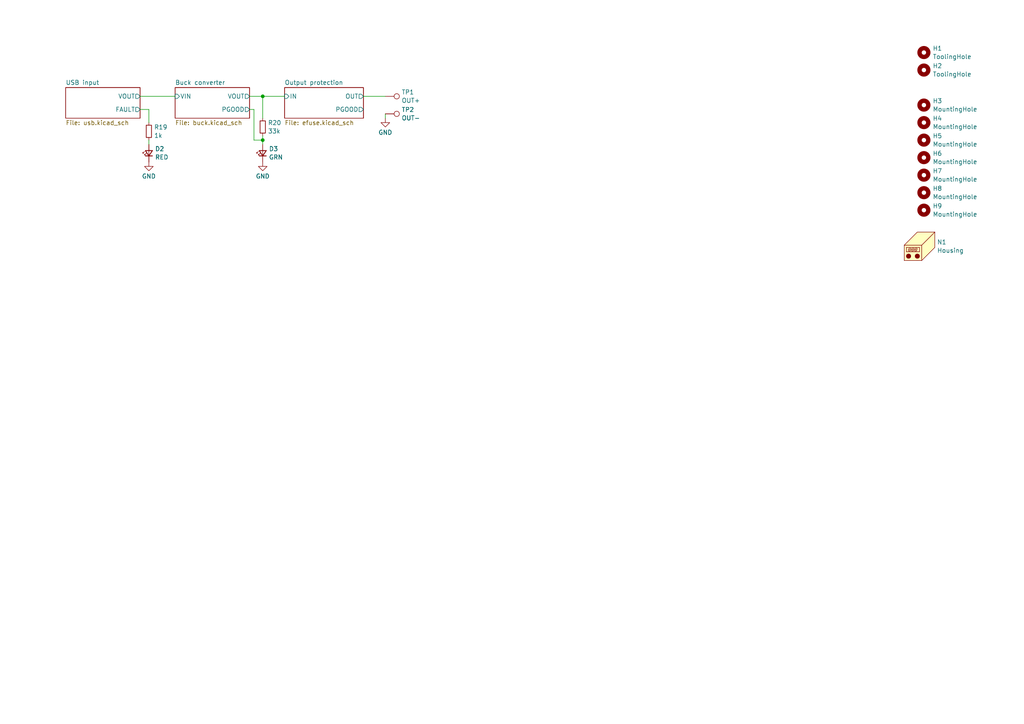
<source format=kicad_sch>
(kicad_sch (version 20230121) (generator eeschema)
  (paper "A4")
  (lib_symbols
    (symbol "Connector:TestPoint" (pin_numbers hide) (pin_names (offset 0.762) hide)
      (property "Reference" "TP" (at 0 6.858 0))
      (property "Value" "TestPoint" (at 0 5.08 0))
      (symbol "TestPoint_0_1"
        (circle (center 0 3.302) (radius 0.762))
      )
      (symbol "TestPoint_1_1"
        (pin passive line (at 0 0 90) (length 2.54) (name "1") (number "1"))
      )
    )
    (symbol "Device:LED_Small" (pin_numbers hide) (pin_names (offset 0.254) hide)
      (property "Reference" "D" (at -1.27 3.175 0))
      (property "Value" "LED_Small" (at -4.445 -2.54 0))
      (symbol "LED_Small_0_1"
        (polyline (pts (xy -0.762 -1.016) (xy -0.762 1.016)) (stroke (width 0.254)))
        (polyline (pts (xy 1.016 0) (xy -0.762 0)))
        (polyline (pts (xy 0.762 -1.016) (xy -0.762 0) (xy 0.762 1.016) (xy 0.762 -1.016)) (stroke (width 0.254)))
        (polyline (pts (xy 0 0.762) (xy -0.508 1.27) (xy -0.254 1.27) (xy -0.508 1.27) (xy -0.508 1.016)))
        (polyline (pts (xy 0.508 1.27) (xy 0 1.778) (xy 0.254 1.778) (xy 0 1.778) (xy 0 1.524)))
      )
      (symbol "LED_Small_1_1"
        (pin passive line (at -2.54 0 0) (length 1.778) (name "K") (number "1"))
        (pin passive line (at 2.54 0 180) (length 1.778) (name "A") (number "2"))
      )
    )
    (symbol "Device:R_Small" (pin_numbers hide) (pin_names (offset 0.254) hide)
      (property "Reference" "R" (at 0.762 0.508 0))
      (property "Value" "R_Small" (at 0.762 -1.016 0))
      (symbol "R_Small_0_1"
        (rectangle (start -0.762 1.778) (end 0.762 -1.778) (stroke (width 0.2032)))
      )
      (symbol "R_Small_1_1"
        (pin passive line (at 0 2.54 270) (length 0.762) (name "~") (number "1"))
        (pin passive line (at 0 -2.54 90) (length 0.762) (name "~") (number "2"))
      )
    )
    (symbol "Mechanical:Housing" (pin_names (offset 1.016))
      (property "Reference" "N" (at 3.81 0 0))
      (property "Value" "Housing" (at 3.81 -1.905 0))
      (symbol "Housing_0_1"
        (rectangle (start -5.08 -0.635) (end -1.27 -1.905))
        (circle (center -4.445 -3.175) (radius 0.635) (fill (type outline)))
        (circle (center -1.905 -3.175) (radius 0.635) (fill (type outline)))
        (polyline (pts (xy -4.5212 -1.5748) (xy -4.4704 -1.3716)))
        (polyline (pts (xy -4.4196 -1.6764) (xy -4.064 -1.6764)))
        (polyline (pts (xy -4.4196 -1.2192) (xy -4.3688 -0.9652)))
        (polyline (pts (xy -4.318 -1.3208) (xy -4.0132 -1.3208)))
        (polyline (pts (xy -4.2164 -0.9144) (xy -3.9116 -0.9144)))
        (polyline (pts (xy -3.9116 -1.6256) (xy -3.8608 -1.3716)))
        (polyline (pts (xy -3.81 -1.2192) (xy -3.7592 -0.9652)))
        (polyline (pts (xy -3.6068 -1.5748) (xy -3.556 -1.3716)))
        (polyline (pts (xy -3.5052 -1.6764) (xy -3.1496 -1.6764)))
        (polyline (pts (xy -3.5052 -1.2192) (xy -3.4544 -0.9652)))
        (polyline (pts (xy -3.4036 -1.3208) (xy -3.0988 -1.3208)))
        (polyline (pts (xy -3.302 -0.9144) (xy -2.9972 -0.9144)))
        (polyline (pts (xy -2.9972 -1.6256) (xy -2.9464 -1.3716)))
        (polyline (pts (xy -2.8956 -1.2192) (xy -2.8448 -0.9652)))
        (polyline (pts (xy -2.6924 -1.5748) (xy -2.6416 -1.3716)))
        (polyline (pts (xy -2.5908 -1.6764) (xy -2.2352 -1.6764)))
        (polyline (pts (xy -2.5908 -1.2192) (xy -2.54 -0.9652)))
        (polyline (pts (xy -2.4892 -1.3208) (xy -2.1844 -1.3208)))
        (polyline (pts (xy -2.3876 -0.9144) (xy -2.0828 -0.9144)))
        (polyline (pts (xy -2.0828 -1.6256) (xy -2.032 -1.3716)))
        (polyline (pts (xy -1.9812 -1.2192) (xy -1.9304 -0.9652)))
        (polyline (pts (xy -0.635 0) (xy -0.635 -4.445)))
        (polyline (pts (xy -5.715 0) (xy -0.635 0) (xy 3.175 3.81)))
        (polyline (pts (xy -5.715 0) (xy -5.715 -4.445) (xy -0.635 -4.445) (xy 3.175 -0.635) (xy 3.175 3.81) (xy -1.905 3.81) (xy -5.715 0)) (fill (type background)))
      )
    )
    (symbol "Mechanical:MountingHole" (pin_names (offset 1.016))
      (property "Reference" "H" (at 0 5.08 0))
      (property "Value" "MountingHole" (at 0 3.175 0))
      (symbol "MountingHole_0_1"
        (circle (center 0 0) (radius 1.27) (stroke (width 1.27)))
      )
    )
    (symbol "power:GND" (power) (pin_names (offset 0))
      (property "Value" "GND" (at 0 -3.81 0))
      (symbol "GND_0_1"
        (polyline (pts (xy 0 0) (xy 0 -1.27) (xy 1.27 -1.27) (xy 0 -2.54) (xy -1.27 -1.27) (xy 0 -1.27)))
      )
      (symbol "GND_1_1"
        (pin power_in line (at 0 0 270) (length 0) hide (name "GND") (number "1"))
      )
    )
  )
  (junction (at 76.2 27.94))
  (junction (at 76.2 40.64))
  (wire (pts (xy 76.2 39.37) (xy 76.2 40.64)))
  (wire (pts (xy 73.66 31.75) (xy 72.39 31.75)))
  (wire (pts (xy 43.18 31.75) (xy 40.64 31.75)))
  (wire (pts (xy 76.2 40.64) (xy 76.2 41.91)))
  (wire (pts (xy 43.18 40.64) (xy 43.18 41.91)))
  (wire (pts (xy 76.2 40.64) (xy 73.66 40.64)))
  (wire (pts (xy 43.18 35.56) (xy 43.18 31.75)))
  (wire (pts (xy 111.76 33.02) (xy 111.76 34.29)))
  (wire (pts (xy 105.41 27.94) (xy 111.76 27.94)))
  (wire (pts (xy 73.66 40.64) (xy 73.66 31.75)))
  (wire (pts (xy 72.39 27.94) (xy 76.2 27.94)))
  (wire (pts (xy 76.2 27.94) (xy 76.2 34.29)))
  (wire (pts (xy 40.64 27.94) (xy 50.8 27.94)))
  (wire (pts (xy 76.2 27.94) (xy 82.55 27.94)))
  (symbol (lib_id "Device:LED_Small") (at 76.2 44.45 90) (unit 1)
    (property "Reference" "D3" (at 77.978 43.1744 90) (effects (justify right)))
    (property "Value" "GRN" (at 77.978 45.5986 90) (effects (justify right)))
    (property "Footprint" "LED_SMD:LED_0603_1608Metric" (effects hide))
    (property "LCSC" "C72043" (effects hide))
  )
  (symbol (lib_id "Device:R_Small") (at 76.2 36.83 0) (unit 1)
    (property "Reference" "R20" (at 77.6986 35.6179 0) (effects (justify left)))
    (property "Value" "33k" (at 77.6986 38.0421 0) (effects (justify left)))
    (property "Footprint" "Resistor_SMD:R_0402_1005Metric" (effects hide))
    (property "LCSC" "C25779" (effects hide))
  )
  (symbol (lib_id "power:GND") (at 43.18 46.99 0) (unit 1)
    (property "Reference" "#PWR017" (effects hide))
    (property "Value" "GND" (at 43.18 51.1231 0))
  )
  (symbol (lib_id "Mechanical:MountingHole") (at 267.97 35.56 0) (unit 1) (in_bom no)
    (property "Reference" "H4" (at 270.51 34.3479 0) (effects (justify left)))
    (property "Value" "MountingHole" (at 270.51 36.7721 0) (effects (justify left)))
    (property "Footprint" "MountingHole:MountingHole_2.2mm_M2" (effects hide))
  )
  (symbol (lib_id "Mechanical:MountingHole") (at 267.97 45.72 0) (unit 1) (in_bom no)
    (property "Reference" "H6" (at 270.51 44.5079 0) (effects (justify left)))
    (property "Value" "MountingHole" (at 270.51 46.9321 0) (effects (justify left)))
    (property "Footprint" "MountingHole:MountingHole_2.2mm_M2" (effects hide))
  )
  (symbol (lib_id "Mechanical:MountingHole") (at 267.97 50.8 0) (unit 1) (in_bom no)
    (property "Reference" "H7" (at 270.51 49.5879 0) (effects (justify left)))
    (property "Value" "MountingHole" (at 270.51 52.0121 0) (effects (justify left)))
    (property "Footprint" "MountingHole:MountingHole_2.2mm_M2" (effects hide))
  )
  (symbol (lib_id "Mechanical:MountingHole") (at 267.97 40.64 0) (unit 1) (in_bom no)
    (property "Reference" "H5" (at 270.51 39.4279 0) (effects (justify left)))
    (property "Value" "MountingHole" (at 270.51 41.8521 0) (effects (justify left)))
    (property "Footprint" "MountingHole:MountingHole_2.2mm_M2" (effects hide))
  )
  (symbol (lib_id "Device:R_Small") (at 43.18 38.1 0) (unit 1)
    (property "Reference" "R19" (at 44.6786 36.8879 0) (effects (justify left)))
    (property "Value" "1k" (at 44.6786 39.3121 0) (effects (justify left)))
    (property "Footprint" "Resistor_SMD:R_0402_1005Metric" (effects hide))
    (property "LCSC" "C11702" (effects hide))
  )
  (symbol (lib_id "Mechanical:MountingHole") (at 267.97 15.24 0) (unit 1) (in_bom no)
    (property "Reference" "H1" (at 270.51 14.0279 0) (effects (justify left)))
    (property "Value" "ToolingHole" (at 270.51 16.4521 0) (effects (justify left)))
    (property "Footprint" "ToolingHole:ToolingHole_JLCSMT" (effects hide))
  )
  (symbol (lib_id "Mechanical:Housing") (at 267.97 71.12 0) (unit 1)
    (property "Reference" "N1" (at 271.78 70.2254 0) (effects (justify left)))
    (property "Value" "Housing" (at 271.78 72.6496 0) (effects (justify left)))
    (property "Footprint" "Case:Generic_Case" (effects hide))
  )
  (symbol (lib_id "Device:LED_Small") (at 43.18 44.45 90) (unit 1)
    (property "Reference" "D2" (at 44.958 43.1744 90) (effects (justify right)))
    (property "Value" "RED" (at 44.958 45.5986 90) (effects (justify right)))
    (property "Footprint" "LED_SMD:LED_0603_1608Metric" (effects hide))
    (property "LCSC" "C2286" (effects hide))
  )
  (symbol (lib_id "Mechanical:MountingHole") (at 267.97 60.96 0) (unit 1) (in_bom no)
    (property "Reference" "H9" (at 270.51 59.7479 0) (effects (justify left)))
    (property "Value" "MountingHole" (at 270.51 62.1721 0) (effects (justify left)))
    (property "Footprint" "MountingHole:MountingHole_2.2mm_M2" (effects hide))
  )
  (symbol (lib_id "Mechanical:MountingHole") (at 267.97 30.48 0) (unit 1) (in_bom no)
    (property "Reference" "H3" (at 270.51 29.2679 0) (effects (justify left)))
    (property "Value" "MountingHole" (at 270.51 31.6921 0) (effects (justify left)))
    (property "Footprint" "MountingHole:MountingHole_2.2mm_M2" (effects hide))
  )
  (symbol (lib_id "Mechanical:MountingHole") (at 267.97 20.32 0) (unit 1) (in_bom no)
    (property "Reference" "H2" (at 270.51 19.1079 0) (effects (justify left)))
    (property "Value" "ToolingHole" (at 270.51 21.5321 0) (effects (justify left)))
    (property "Footprint" "ToolingHole:ToolingHole_JLCSMT" (effects hide))
  )
  (symbol (lib_id "power:GND") (at 111.76 34.29 0) (unit 1)
    (property "Reference" "#PWR041" (effects hide))
    (property "Value" "GND" (at 111.76 38.4231 0))
  )
  (symbol (lib_id "Connector:TestPoint") (at 111.76 33.02 270) (unit 1) (in_bom no)
    (property "Reference" "TP2" (at 116.459 31.8079 90) (effects (justify left)))
    (property "Value" "OUT-" (at 116.459 34.2321 90) (effects (justify left)))
    (property "Footprint" "TestPoint:TestPoint_THTPad_3.0x3.0mm_Drill1.5mm" (effects hide))
  )
  (symbol (lib_id "Mechanical:MountingHole") (at 267.97 55.88 0) (unit 1) (in_bom no)
    (property "Reference" "H8" (at 270.51 54.6679 0) (effects (justify left)))
    (property "Value" "MountingHole" (at 270.51 57.0921 0) (effects (justify left)))
    (property "Footprint" "MountingHole:MountingHole_2.2mm_M2" (effects hide))
  )
  (symbol (lib_id "Connector:TestPoint") (at 111.76 27.94 270) (unit 1) (in_bom no)
    (property "Reference" "TP1" (at 116.459 26.7279 90) (effects (justify left)))
    (property "Value" "OUT+" (at 116.459 29.1521 90) (effects (justify left)))
    (property "Footprint" "TestPoint:TestPoint_THTPad_3.0x3.0mm_Drill1.5mm" (effects hide))
  )
  (symbol (lib_id "power:GND") (at 76.2 46.99 0) (unit 1)
    (property "Reference" "#PWR027" (effects hide))
    (property "Value" "GND" (at 76.2 51.1231 0))
  )
  (sheet (at 19.05 25.4) (size 21.59 8.89) (stroke (width 0.1524))
    (property "Sheetname" "USB input" (at 19.05 24.6884 0) (effects (justify left bottom)))
    (property "Sheetfile" "usb.kicad_sch" (at 19.05 34.8746 0) (effects (justify left top)))
    (pin "VOUT" output (at 40.64 27.94 0))
    (pin "FAULT" output (at 40.64 31.75 0))
  )
  (sheet (at 50.8 25.4) (size 21.59 8.89) (stroke (width 0.1524))
    (property "Sheetname" "Buck converter" (at 50.8 24.6884 0) (effects (justify left bottom)))
    (property "Sheetfile" "buck.kicad_sch" (at 50.8 34.8746 0) (effects (justify left top)))
    (pin "VOUT" output (at 72.39 27.94 0))
    (pin "PGOOD" output (at 72.39 31.75 0))
    (pin "VIN" input (at 50.8 27.94 180))
  )
  (sheet (at 82.55 25.4) (size 22.86 8.89) (stroke (width 0.1524))
    (property "Sheetname" "Output protection" (at 82.55 24.6884 0) (effects (justify left bottom)))
    (property "Sheetfile" "efuse.kicad_sch" (at 82.55 34.8746 0) (effects (justify left top)))
    (pin "OUT" output (at 105.41 27.94 0))
    (pin "IN" input (at 82.55 27.94 180))
    (pin "PGOOD" output (at 105.41 31.75 0))
  )
)
</source>
